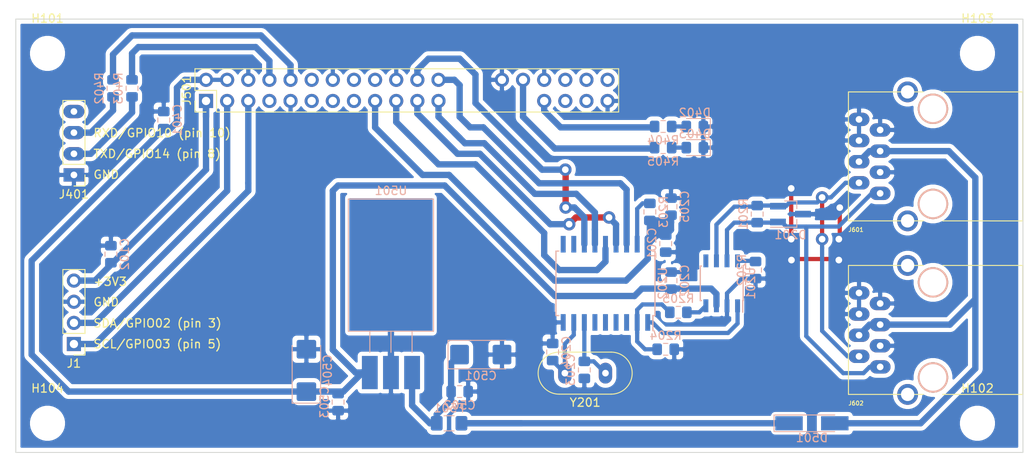
<source format=kicad_pcb>
(kicad_pcb (version 20171130) (host pcbnew 5.1.2)
  (layers (0 F.Cu jumper) (31 B.Cu signal) (34 B.Paste user) (35 F.Paste user) (36 B.SilkS user hide) (37 F.SilkS user) (38 B.Mask user) (39 F.Mask user) (44 Edge.Cuts user))
  (net 0 "")
  (net 1 GND)
  (net 2 +5V)
  (net 3 "Net-(C203-Pad1)")
  (net 4 "Net-(C204-Pad1)")
  (net 5 "/POWER SUPPLY/+18V_OUT")
  (net 6 /MCU/LED2)
  (net 7 /MCU/LED1)
  (net 8 "Net-(D501-Pad1)")
  (net 9 "/POWER SUPPLY/+18V_IN")
  (net 10 "/CANBUS CONN/CAN_L")
  (net 11 "/CANBUS CONN/CAN_H")
  (net 12 "Net-(R202-Pad1)")
  (net 13 "Net-(R203-Pad2)")
  (net 14 /MCU/USART_RX)
  (net 15 "Net-(J401-Pad3)")
  (net 16 "Net-(J401-Pad2)")
  (net 17 /MCU/USART_TX)
  (net 18 /MOSI)
  (net 19 /MISO)
  (net 20 /CANBUS/TXCAN)
  (net 21 /CANBUS/RXCAN)
  (net 22 /CANBUS/CS)
  (net 23 /SCK)
  (net 24 /CANBUS/INT)
  (net 25 "Net-(D402-Pad2)")
  (net 26 "Net-(D403-Pad2)")
  (net 27 /MCU/SDA)
  (net 28 /MCU/SCL)
  (net 29 /CANBUS/3V3)
  (net 30 "Net-(R205-Pad1)")
  (module Connector_PinHeader_2.54mm:PinHeader_1x04_P2.54mm_Vertical (layer F.Cu) (at 100.235 93.675 180)
    (fp_text reference J401 (at 0 -2.33 180) (layer F.SilkS))
    (fp_text value USART)
    (pad 4 thru_hole oval (at 0 7.62 180) (size 2.5 1.6) (drill 0.8) (layers *.Cu *.Mask))
    (pad 3 thru_hole oval (at 0 5.08 180) (size 2.5 1.6) (drill 0.8) (layers *.Cu *.Mask) (net 15 "Net-(J401-Pad3)"))
    (pad 2 thru_hole oval (at 0 2.54 180) (size 2.5 1.6) (drill 0.8) (layers *.Cu *.Mask) (net 16 "Net-(J401-Pad2)"))
    (pad 1 thru_hole rect (at 0 0 180) (size 2.5 1.6) (drill 0.8) (layers *.Cu *.Mask) (net 1 GND))
  )
  (module Resistor_SMD:R_0805_2012Metric_Pad1.15x1.40mm_HandSolder (layer B.Cu) (at 107.22 83.27 270)
    (fp_text reference R403 (at 0 1.65 270) (layer B.SilkS) (effects (justify mirror)))
    (fp_text value 1k)
    (pad 2 smd roundrect (at 1.025 0 270) (size 1.15 1.4) (layers B.Cu B.Paste B.Mask) (roundrect_rratio 0.217391) (net 16 "Net-(J401-Pad2)"))
    (pad 1 smd roundrect (at -1.025 0 270) (size 1.15 1.4) (layers B.Cu B.Paste B.Mask) (roundrect_rratio 0.217391) (net 17 /MCU/USART_TX))
  )
  (module Resistor_SMD:R_0805_2012Metric_Pad1.15x1.40mm_HandSolder (layer B.Cu) (at 104.934 83.27 270)
    (fp_text reference R402 (at 0 1.65 270) (layer B.SilkS) (effects (justify mirror)))
    (fp_text value 1k)
    (pad 2 smd roundrect (at 1.025 0 270) (size 1.15 1.4) (layers B.Cu B.Paste B.Mask) (roundrect_rratio 0.217391) (net 15 "Net-(J401-Pad3)"))
    (pad 1 smd roundrect (at -1.025 0 270) (size 1.15 1.4) (layers B.Cu B.Paste B.Mask) (roundrect_rratio 0.217391) (net 14 /MCU/USART_RX))
  )
  (module Package_SO:SOIC-18W_7.5x11.6mm_P1.27mm (layer B.Cu) (at 164.116 106.701 90)
    (fp_text reference U202 (at 0 6.875 90) (layer B.SilkS) (effects (justify mirror)))
    (fp_text value MCP2515-xSO)
    (pad 18 smd rect (at 4.7 5.08 90) (size 2 0.6) (layers B.Cu B.Paste B.Mask) (net 29 /CANBUS/3V3))
    (pad 17 smd rect (at 4.7 3.81 90) (size 2 0.6) (layers B.Cu B.Paste B.Mask) (net 13 "Net-(R203-Pad2)"))
    (pad 16 smd rect (at 4.7 2.54 90) (size 2 0.6) (layers B.Cu B.Paste B.Mask) (net 22 /CANBUS/CS))
    (pad 15 smd rect (at 4.7 1.27 90) (size 2 0.6) (layers B.Cu B.Paste B.Mask) (net 19 /MISO))
    (pad 14 smd rect (at 4.7 0 90) (size 2 0.6) (layers B.Cu B.Paste B.Mask) (net 18 /MOSI))
    (pad 13 smd rect (at 4.7 -1.27 90) (size 2 0.6) (layers B.Cu B.Paste B.Mask) (net 23 /SCK))
    (pad 12 smd rect (at 4.7 -2.54 90) (size 2 0.6) (layers B.Cu B.Paste B.Mask) (net 24 /CANBUS/INT))
    (pad 11 smd rect (at 4.7 -3.81 90) (size 2 0.6) (layers B.Cu B.Paste B.Mask))
    (pad 10 smd rect (at 4.7 -5.08 90) (size 2 0.6) (layers B.Cu B.Paste B.Mask))
    (pad 9 smd rect (at -4.7 -5.08 90) (size 2 0.6) (layers B.Cu B.Paste B.Mask) (net 1 GND))
    (pad 8 smd rect (at -4.7 -3.81 90) (size 2 0.6) (layers B.Cu B.Paste B.Mask) (net 4 "Net-(C204-Pad1)"))
    (pad 7 smd rect (at -4.7 -2.54 90) (size 2 0.6) (layers B.Cu B.Paste B.Mask) (net 3 "Net-(C203-Pad1)"))
    (pad 6 smd rect (at -4.7 -1.27 90) (size 2 0.6) (layers B.Cu B.Paste B.Mask))
    (pad 5 smd rect (at -4.7 0 90) (size 2 0.6) (layers B.Cu B.Paste B.Mask))
    (pad 4 smd rect (at -4.7 1.27 90) (size 2 0.6) (layers B.Cu B.Paste B.Mask))
    (pad 3 smd rect (at -4.7 2.54 90) (size 2 0.6) (layers B.Cu B.Paste B.Mask))
    (pad 2 smd rect (at -4.7 3.81 90) (size 2 0.6) (layers B.Cu B.Paste B.Mask) (net 21 /CANBUS/RXCAN))
    (pad 1 smd rect (at -4.7 5.08 90) (size 2 0.6) (layers B.Cu B.Paste B.Mask) (net 20 /CANBUS/TXCAN))
  )
  (module Connector_PinHeader_2.54mm:PinHeader_2x20_P2.54mm_Vertical (layer F.Cu) (at 116.11 84.785 90)
    (fp_text reference J501 (at 1.27 -2.33 90) (layer F.SilkS))
    (fp_text value Raspberry_Pi_2_3)
    (pad 40 thru_hole oval (at 2.54 48.26 90) (size 1.7 1.7) (drill 1) (layers *.Cu *.Mask))
    (pad 39 thru_hole oval (at 0 48.26 90) (size 1.7 1.7) (drill 1) (layers *.Cu *.Mask) (net 1 GND))
    (pad 38 thru_hole oval (at 2.54 45.72 90) (size 1.7 1.7) (drill 1) (layers *.Cu *.Mask))
    (pad 37 thru_hole oval (at 0 45.72 90) (size 1.7 1.7) (drill 1) (layers *.Cu *.Mask))
    (pad 36 thru_hole oval (at 2.54 43.18 90) (size 1.7 1.7) (drill 1) (layers *.Cu *.Mask))
    (pad 35 thru_hole oval (at 0 43.18 90) (size 1.7 1.7) (drill 1) (layers *.Cu *.Mask))
    (pad 34 thru_hole oval (at 2.54 40.64 90) (size 1.7 1.7) (drill 1) (layers *.Cu *.Mask) (net 1 GND))
    (pad 33 thru_hole oval (at 0 40.64 90) (size 1.7 1.7) (drill 1) (layers *.Cu *.Mask) (net 6 /MCU/LED2))
    (pad 32 thru_hole oval (at 2.54 38.1 90) (size 1.7 1.7) (drill 1) (layers *.Cu *.Mask) (net 7 /MCU/LED1))
    (pad 30 thru_hole oval (at 2.54 35.56 90) (size 1.7 1.7) (drill 1) (layers *.Cu *.Mask) (net 1 GND))
    (pad 24 thru_hole oval (at 2.54 27.94 90) (size 1.7 1.7) (drill 1) (layers *.Cu *.Mask) (net 22 /CANBUS/CS))
    (pad 23 thru_hole oval (at 0 27.94 90) (size 1.7 1.7) (drill 1) (layers *.Cu *.Mask) (net 23 /SCK))
    (pad 22 thru_hole oval (at 2.54 25.4 90) (size 1.7 1.7) (drill 1) (layers *.Cu *.Mask) (net 24 /CANBUS/INT))
    (pad 21 thru_hole oval (at 0 25.4 90) (size 1.7 1.7) (drill 1) (layers *.Cu *.Mask) (net 19 /MISO))
    (pad 20 thru_hole oval (at 2.54 22.86 90) (size 1.7 1.7) (drill 1) (layers *.Cu *.Mask) (net 1 GND))
    (pad 19 thru_hole oval (at 0 22.86 90) (size 1.7 1.7) (drill 1) (layers *.Cu *.Mask) (net 18 /MOSI))
    (pad 18 thru_hole oval (at 2.54 20.32 90) (size 1.7 1.7) (drill 1) (layers *.Cu *.Mask))
    (pad 17 thru_hole oval (at 0 20.32 90) (size 1.7 1.7) (drill 1) (layers *.Cu *.Mask) (net 29 /CANBUS/3V3))
    (pad 16 thru_hole oval (at 2.54 17.78 90) (size 1.7 1.7) (drill 1) (layers *.Cu *.Mask))
    (pad 15 thru_hole oval (at 0 17.78 90) (size 1.7 1.7) (drill 1) (layers *.Cu *.Mask))
    (pad 14 thru_hole oval (at 2.54 15.24 90) (size 1.7 1.7) (drill 1) (layers *.Cu *.Mask) (net 1 GND))
    (pad 13 thru_hole oval (at 0 15.24 90) (size 1.7 1.7) (drill 1) (layers *.Cu *.Mask))
    (pad 12 thru_hole oval (at 2.54 12.7 90) (size 1.7 1.7) (drill 1) (layers *.Cu *.Mask))
    (pad 11 thru_hole oval (at 0 12.7 90) (size 1.7 1.7) (drill 1) (layers *.Cu *.Mask))
    (pad 10 thru_hole oval (at 2.54 10.16 90) (size 1.7 1.7) (drill 1) (layers *.Cu *.Mask) (net 14 /MCU/USART_RX))
    (pad 9 thru_hole oval (at 0 10.16 90) (size 1.7 1.7) (drill 1) (layers *.Cu *.Mask) (net 1 GND))
    (pad 8 thru_hole oval (at 2.54 7.62 90) (size 1.7 1.7) (drill 1) (layers *.Cu *.Mask) (net 17 /MCU/USART_TX))
    (pad 7 thru_hole oval (at 0 7.62 90) (size 1.7 1.7) (drill 1) (layers *.Cu *.Mask))
    (pad 6 thru_hole oval (at 2.54 5.08 90) (size 1.7 1.7) (drill 1) (layers *.Cu *.Mask) (net 1 GND))
    (pad 5 thru_hole oval (at 0 5.08 90) (size 1.7 1.7) (drill 1) (layers *.Cu *.Mask) (net 28 /MCU/SCL))
    (pad 4 thru_hole oval (at 2.54 2.54 90) (size 1.7 1.7) (drill 1) (layers *.Cu *.Mask) (net 2 +5V))
    (pad 3 thru_hole oval (at 0 2.54 90) (size 1.7 1.7) (drill 1) (layers *.Cu *.Mask) (net 27 /MCU/SDA))
    (pad 2 thru_hole oval (at 2.54 0 90) (size 1.7 1.7) (drill 1) (layers *.Cu *.Mask) (net 2 +5V))
    (pad 1 thru_hole rect (at 0 0 90) (size 1.7 1.7) (drill 1) (layers *.Cu *.Mask) (net 29 /CANBUS/3V3))
  )
  (module Resistor_SMD:R_0805_2012Metric_Pad1.15x1.40mm_HandSolder (layer B.Cu) (at 172.87 110.185 180)
    (fp_text reference R205 (at 0 1.65 180) (layer B.SilkS) (effects (justify mirror)))
    (fp_text value 10K)
    (pad 2 smd roundrect (at 1.025 0 180) (size 1.15 1.4) (layers B.Cu B.Paste B.Mask) (roundrect_rratio 0.217391) (net 21 /CANBUS/RXCAN))
    (pad 1 smd roundrect (at -1.025 0 180) (size 1.15 1.4) (layers B.Cu B.Paste B.Mask) (roundrect_rratio 0.217391) (net 30 "Net-(R205-Pad1)"))
  )
  (module Resistor_SMD:R_0805_2012Metric_Pad1.15x1.40mm_HandSolder (layer B.Cu) (at 171.355 114.63 180)
    (fp_text reference R204 (at 0 1.65 180) (layer B.SilkS) (effects (justify mirror)))
    (fp_text value 22K)
    (pad 2 smd roundrect (at 1.025 0 180) (size 1.15 1.4) (layers B.Cu B.Paste B.Mask) (roundrect_rratio 0.217391) (net 21 /CANBUS/RXCAN))
    (pad 1 smd roundrect (at -1.025 0 180) (size 1.15 1.4) (layers B.Cu B.Paste B.Mask) (roundrect_rratio 0.217391) (net 1 GND))
  )
  (module Crystal:Crystal_HC49-U_Vertical (layer F.Cu) (at 164.116 117.496 180)
    (fp_text reference Y201 (at 2.44 -3.525) (layer F.SilkS))
    (fp_text value 16MHz)
    (pad 2 thru_hole oval (at 4.88 0 180) (size 1.6 2.5) (drill 0.8) (layers *.Cu *.Mask) (net 4 "Net-(C204-Pad1)"))
    (pad 1 thru_hole oval (at 0 0 180) (size 1.6 2.5) (drill 0.8) (layers *.Cu *.Mask) (net 3 "Net-(C203-Pad1)"))
  )
  (module LED_SMD:LED_0805_2012Metric_Pad1.15x1.40mm_HandSolder (layer B.Cu) (at 174.856 87.853656 180)
    (fp_text reference D402 (at 0 1.65) (layer B.SilkS) (effects (justify mirror)))
    (fp_text value LED_RED)
    (pad 2 smd roundrect (at 1.025 0 180) (size 1.15 1.4) (layers B.Cu B.Paste B.Mask) (roundrect_rratio 0.217391) (net 25 "Net-(D402-Pad2)"))
    (pad 1 smd roundrect (at -1.025 0 180) (size 1.15 1.4) (layers B.Cu B.Paste B.Mask) (roundrect_rratio 0.217391) (net 1 GND))
  )
  (module Capacitor_SMD:C_0805_2012Metric_Pad1.15x1.40mm_HandSolder (layer B.Cu) (at 131.985 120.98 270)
    (fp_text reference C503 (at 0 1.65 90) (layer B.SilkS) (effects (justify mirror)))
    (fp_text value 100nF)
    (pad 2 smd roundrect (at 1.025 0 270) (size 1.15 1.4) (layers B.Cu B.Paste B.Mask) (roundrect_rratio 0.217391) (net 1 GND))
    (pad 1 smd roundrect (at -1.025 0 270) (size 1.15 1.4) (layers B.Cu B.Paste B.Mask) (roundrect_rratio 0.217391) (net 2 +5V))
  )
  (module LED_SMD:LED_0805_2012Metric_Pad1.15x1.40mm_HandSolder (layer B.Cu) (at 174.856 90.393656 180)
    (fp_text reference D403 (at 0 1.65) (layer B.SilkS) (effects (justify mirror)))
    (fp_text value LED_RED)
    (pad 2 smd roundrect (at 1.025 0 180) (size 1.15 1.4) (layers B.Cu B.Paste B.Mask) (roundrect_rratio 0.217391) (net 26 "Net-(D403-Pad2)"))
    (pad 1 smd roundrect (at -1.025 0 180) (size 1.15 1.4) (layers B.Cu B.Paste B.Mask) (roundrect_rratio 0.217391) (net 1 GND))
  )
  (module Diode_SMD:D_MiniMELF_Handsoldering (layer B.Cu) (at 188.925 123.52)
    (fp_text reference D501 (at 0 1.75 180) (layer B.SilkS) (effects (justify mirror)))
    (fp_text value LL4148)
    (pad 2 smd rect (at 2.75 0) (size 3.3 1.7) (layers B.Cu B.Paste B.Mask) (net 9 "/POWER SUPPLY/+18V_IN"))
    (pad 1 smd rect (at -2.75 0) (size 3.3 1.7) (layers B.Cu B.Paste B.Mask) (net 8 "Net-(D501-Pad1)"))
  )
  (module Capacitor_SMD:C_0805_2012Metric_Pad1.15x1.40mm_HandSolder (layer B.Cu) (at 146.59 119.71)
    (fp_text reference C502 (at 0 1.65 180) (layer B.SilkS) (effects (justify mirror)))
    (fp_text value 100nF)
    (pad 2 smd roundrect (at 1.025 0) (size 1.15 1.4) (layers B.Cu B.Paste B.Mask) (roundrect_rratio 0.217391) (net 1 GND))
    (pad 1 smd roundrect (at -1.025 0) (size 1.15 1.4) (layers B.Cu B.Paste B.Mask) (roundrect_rratio 0.217391) (net 5 "/POWER SUPPLY/+18V_OUT"))
  )
  (module Capacitor_SMD:C_0805_2012Metric_Pad1.15x1.40mm_HandSolder (layer B.Cu) (at 171.99 97.485 90)
    (fp_text reference C205 (at 0 1.65 270) (layer B.SilkS) (effects (justify mirror)))
    (fp_text value 100nF)
    (pad 2 smd roundrect (at 1.025 0 90) (size 1.15 1.4) (layers B.Cu B.Paste B.Mask) (roundrect_rratio 0.217391) (net 1 GND))
    (pad 1 smd roundrect (at -1.025 0 90) (size 1.15 1.4) (layers B.Cu B.Paste B.Mask) (roundrect_rratio 0.217391) (net 29 /CANBUS/3V3))
  )
  (module MountingHole:MountingHole_3.2mm_M3 (layer F.Cu) (at 208.82 123.52)
    (fp_text reference H102 (at 0 -4.2 180) (layer F.SilkS))
    (fp_text value MountingHole)
    (pad 1 np_thru_hole circle (at 0 0) (size 3.2 3.2) (drill 3.2) (layers *.Cu *.Mask))
  )
  (module Capacitor_SMD:C_0805_2012Metric_Pad1.15x1.40mm_HandSolder (layer B.Cu) (at 111.03 87.08 90)
    (fp_text reference C401 (at 0 1.65 90) (layer B.SilkS) (effects (justify mirror)))
    (fp_text value 100nF)
    (pad 2 smd roundrect (at 1.025 0 90) (size 1.15 1.4) (layers B.Cu B.Paste B.Mask) (roundrect_rratio 0.217391) (net 1 GND))
    (pad 1 smd roundrect (at -1.025 0 90) (size 1.15 1.4) (layers B.Cu B.Paste B.Mask) (roundrect_rratio 0.217391) (net 2 +5V))
  )
  (module MountingHole:MountingHole_3.2mm_M3 (layer F.Cu) (at 97.06 123.52)
    (fp_text reference H104 (at 0 -4.2 180) (layer F.SilkS))
    (fp_text value MountingHole)
    (pad 1 np_thru_hole circle (at 0 0) (size 3.2 3.2) (drill 3.2) (layers *.Cu *.Mask))
  )
  (module Connector_PinHeader_2.54mm:PinHeader_1x04_P2.54mm_Vertical (layer F.Cu) (at 100.235 113.995 180)
    (fp_text reference J1 (at 0 -2.33 180) (layer F.SilkS))
    (fp_text value I2C)
    (pad 4 thru_hole oval (at 0 7.62 180) (size 1.7 1.7) (drill 1) (layers *.Cu *.Mask) (net 29 /CANBUS/3V3))
    (pad 3 thru_hole oval (at 0 5.08 180) (size 1.7 1.7) (drill 1) (layers *.Cu *.Mask) (net 1 GND))
    (pad 2 thru_hole oval (at 0 2.54 180) (size 1.7 1.7) (drill 1) (layers *.Cu *.Mask) (net 27 /MCU/SDA))
    (pad 1 thru_hole rect (at 0 0 180) (size 1.7 1.7) (drill 1) (layers *.Cu *.Mask) (net 28 /MCU/SCL))
  )
  (module KicadZeniteSolarLibrary18:RJ45_YH59_01 (layer F.Cu) (at 197.128 95.896 90)
    (fp_text reference J601 (at -4.364296 -2.909696 180) (layer F.SilkS) (effects (font (size 0.5 0.5) (thickness 0.1))))
    (fp_text value RJ45)
    (pad 9 thru_hole circle (at 12.2 3.296 90) (size 2.5 2.5) (drill 1.6) (layers *.Cu *.Mask))
    (pad 9 thru_hole circle (at -3.3 3.296 90) (size 2.5 2.5) (drill 1.6) (layers *.Cu *.Mask))
    (pad 8 thru_hole oval (at 8.895 -2.544 90) (size 1.6 2.5) (drill 0.8) (layers *.Cu *.Mask) (net 1 GND))
    (pad 7 thru_hole oval (at 7.625 -0.004 90) (size 1.6 2.5) (drill 0.8) (layers *.Cu *.Mask) (net 1 GND))
    (pad 6 thru_hole oval (at 6.355 -2.544 90) (size 1.6 2.5) (drill 0.8) (layers *.Cu *.Mask) (net 1 GND))
    (pad 5 thru_hole oval (at 5.085 -0.004 90) (size 1.6 2.5) (drill 0.8) (layers *.Cu *.Mask) (net 9 "/POWER SUPPLY/+18V_IN"))
    (pad 4 thru_hole oval (at 3.815 -2.544 90) (size 1.6 2.5) (drill 0.8) (layers *.Cu *.Mask) (net 9 "/POWER SUPPLY/+18V_IN"))
    (pad 3 thru_hole oval (at 2.545 -0.004 90) (size 1.6 2.5) (drill 0.8) (layers *.Cu *.Mask) (net 1 GND))
    (pad 2 thru_hole oval (at 1.275 -2.544 90) (size 1.6 2.5) (drill 0.8) (layers *.Cu *.Mask) (net 10 "/CANBUS CONN/CAN_L"))
    (pad 1 thru_hole oval (at 0.005 -0.004 90) (size 1.6 2.5) (drill 0.8) (layers *.Cu *.Mask) (net 11 "/CANBUS CONN/CAN_H"))
    (pad "" np_thru_hole circle (at -1.265 6.346 90) (size 3.65 3.65) (drill 3.2) (layers *.Cu *.SilkS *.Mask))
    (pad "" np_thru_hole circle (at 10.165 6.346 90) (size 3.65 3.65) (drill 3.2) (layers *.Cu *.SilkS *.Mask))
  )
  (module Capacitor_SMD:C_0805_2012Metric_Pad1.15x1.40mm_HandSolder (layer B.Cu) (at 171.99 106.375 90)
    (fp_text reference C202 (at 0 1.65 90) (layer B.SilkS) (effects (justify mirror)))
    (fp_text value 100nF)
    (pad 2 smd roundrect (at 1.025 0 90) (size 1.15 1.4) (layers B.Cu B.Paste B.Mask) (roundrect_rratio 0.217391) (net 1 GND))
    (pad 1 smd roundrect (at -1.025 0 90) (size 1.15 1.4) (layers B.Cu B.Paste B.Mask) (roundrect_rratio 0.217391) (net 2 +5V))
  )
  (module KicadZeniteSolarLibrary18:TO-220-3_Horizontal_TabDown_SMD (layer B.Cu) (at 140.875 116.154 180)
    (fp_text reference U501 (at 2.54 20.58 180) (layer B.SilkS) (effects (justify mirror)))
    (fp_text value LM7805)
    (pad 3 smd rect (at 5.08 -1.27 180) (size 1.905 4) (layers B.Cu B.Paste B.Mask) (net 2 +5V))
    (pad 2 smd rect (at 2.54 -1.27 180) (size 1.905 4) (layers B.Cu B.Paste B.Mask) (net 1 GND))
    (pad 1 smd rect (at 0 -1.27 180) (size 1.905 4) (layers B.Cu B.Paste B.Mask) (net 5 "/POWER SUPPLY/+18V_OUT"))
    (pad "" smd rect (at 2.54 11.684 180) (size 10 16) (layers B.Cu B.Paste B.Mask))
  )
  (module Fuse:Fuse_1206_3216Metric_Pad1.42x1.75mm_HandSolder (layer B.Cu) (at 145.32 123.52 180)
    (fp_text reference F501 (at 0 1.82) (layer B.SilkS) (effects (justify mirror)))
    (fp_text value 500mA)
    (pad 2 smd roundrect (at 1.4875 0 180) (size 1.425 1.75) (layers B.Cu B.Paste B.Mask) (roundrect_rratio 0.175439) (net 5 "/POWER SUPPLY/+18V_OUT"))
    (pad 1 smd roundrect (at -1.4875 0 180) (size 1.425 1.75) (layers B.Cu B.Paste B.Mask) (roundrect_rratio 0.175439) (net 8 "Net-(D501-Pad1)"))
  )
  (module Capacitor_SMD:C_0805_2012Metric_Pad1.15x1.40mm_HandSolder (layer B.Cu) (at 161.576 117.106 270)
    (fp_text reference C203 (at 0 1.65 270) (layer B.SilkS) (effects (justify mirror)))
    (fp_text value 22pF)
    (pad 2 smd roundrect (at 1.025 0 270) (size 1.15 1.4) (layers B.Cu B.Paste B.Mask) (roundrect_rratio 0.217391) (net 1 GND))
    (pad 1 smd roundrect (at -1.025 0 270) (size 1.15 1.4) (layers B.Cu B.Paste B.Mask) (roundrect_rratio 0.217391) (net 3 "Net-(C203-Pad1)"))
  )
  (module Capacitor_SMD:C_0805_2012Metric_Pad1.15x1.40mm_HandSolder (layer B.Cu) (at 171.355 101.93 270)
    (fp_text reference C201 (at 0 1.65 90) (layer B.SilkS) (effects (justify mirror)))
    (fp_text value 100nF)
    (pad 2 smd roundrect (at 1.025 0 270) (size 1.15 1.4) (layers B.Cu B.Paste B.Mask) (roundrect_rratio 0.217391) (net 1 GND))
    (pad 1 smd roundrect (at -1.025 0 270) (size 1.15 1.4) (layers B.Cu B.Paste B.Mask) (roundrect_rratio 0.217391) (net 29 /CANBUS/3V3))
  )
  (module Capacitor_Tantalum_SMD:CP_EIA-6032-20_AVX-F_Pad2.25x2.35mm_HandSolder (layer B.Cu) (at 128.175 117.17 90)
    (fp_text reference C504 (at 0 2.55 90) (layer B.SilkS) (effects (justify mirror)))
    (fp_text value 1uF)
    (pad 1 smd roundrect (at -2.55 0 90) (size 2.25 2.35) (layers B.Cu B.Paste B.Mask) (roundrect_rratio 0.111111) (net 2 +5V))
    (pad 2 smd roundrect (at 2.55 0 90) (size 2.25 2.35) (layers B.Cu B.Paste B.Mask) (roundrect_rratio 0.111111) (net 1 GND))
  )
  (module Capacitor_Tantalum_SMD:CP_EIA-6032-20_AVX-F_Pad2.25x2.35mm_HandSolder (layer B.Cu) (at 149.13 115.265)
    (fp_text reference C501 (at 0 2.55 180) (layer B.SilkS) (effects (justify mirror)))
    (fp_text value 1uF)
    (pad 2 smd roundrect (at 2.55 0) (size 2.25 2.35) (layers B.Cu B.Paste B.Mask) (roundrect_rratio 0.111111) (net 1 GND))
    (pad 1 smd roundrect (at -2.55 0) (size 2.25 2.35) (layers B.Cu B.Paste B.Mask) (roundrect_rratio 0.111111) (net 5 "/POWER SUPPLY/+18V_OUT"))
  )
  (module Capacitor_SMD:C_0805_2012Metric_Pad1.15x1.40mm_HandSolder (layer B.Cu) (at 104.68 103.2 90)
    (fp_text reference C102 (at 0 1.65 270) (layer B.SilkS) (effects (justify mirror)))
    (fp_text value 100nF)
    (pad 2 smd roundrect (at 1.025 0 90) (size 1.15 1.4) (layers B.Cu B.Paste B.Mask) (roundrect_rratio 0.217391) (net 1 GND))
    (pad 1 smd roundrect (at -1.025 0 90) (size 1.15 1.4) (layers B.Cu B.Paste B.Mask) (roundrect_rratio 0.217391) (net 29 /CANBUS/3V3))
  )
  (module Capacitor_SMD:C_0805_2012Metric_Pad1.15x1.40mm_HandSolder (layer B.Cu) (at 157.766 114.956 90)
    (fp_text reference C204 (at 0 1.65 90) (layer B.SilkS) (effects (justify mirror)))
    (fp_text value 22pF)
    (pad 2 smd roundrect (at 1.025 0 90) (size 1.15 1.4) (layers B.Cu B.Paste B.Mask) (roundrect_rratio 0.217391) (net 1 GND))
    (pad 1 smd roundrect (at -1.025 0 90) (size 1.15 1.4) (layers B.Cu B.Paste B.Mask) (roundrect_rratio 0.217391) (net 4 "Net-(C204-Pad1)"))
  )
  (module KicadZeniteSolarLibrary18:RJ45_YH59_01 (layer F.Cu) (at 197.132 116.751 90)
    (fp_text reference J602 (at -4.364296 -2.909696 180) (layer F.SilkS) (effects (font (size 0.5 0.5) (thickness 0.1))))
    (fp_text value RJ45)
    (pad 9 thru_hole circle (at 12.2 3.296 90) (size 2.5 2.5) (drill 1.6) (layers *.Cu *.Mask))
    (pad 9 thru_hole circle (at -3.3 3.296 90) (size 2.5 2.5) (drill 1.6) (layers *.Cu *.Mask))
    (pad 8 thru_hole oval (at 8.895 -2.544 90) (size 1.6 2.5) (drill 0.8) (layers *.Cu *.Mask) (net 1 GND))
    (pad 7 thru_hole oval (at 7.625 -0.004 90) (size 1.6 2.5) (drill 0.8) (layers *.Cu *.Mask) (net 1 GND))
    (pad 6 thru_hole oval (at 6.355 -2.544 90) (size 1.6 2.5) (drill 0.8) (layers *.Cu *.Mask) (net 1 GND))
    (pad 5 thru_hole oval (at 5.085 -0.004 90) (size 1.6 2.5) (drill 0.8) (layers *.Cu *.Mask) (net 9 "/POWER SUPPLY/+18V_IN"))
    (pad 4 thru_hole oval (at 3.815 -2.544 90) (size 1.6 2.5) (drill 0.8) (layers *.Cu *.Mask) (net 9 "/POWER SUPPLY/+18V_IN"))
    (pad 3 thru_hole oval (at 2.545 -0.004 90) (size 1.6 2.5) (drill 0.8) (layers *.Cu *.Mask) (net 1 GND))
    (pad 2 thru_hole oval (at 1.275 -2.544 90) (size 1.6 2.5) (drill 0.8) (layers *.Cu *.Mask) (net 10 "/CANBUS CONN/CAN_L"))
    (pad 1 thru_hole oval (at 0.005 -0.004 90) (size 1.6 2.5) (drill 0.8) (layers *.Cu *.Mask) (net 11 "/CANBUS CONN/CAN_H"))
    (pad "" np_thru_hole circle (at -1.265 6.346 90) (size 3.65 3.65) (drill 3.2) (layers *.Cu *.SilkS *.Mask))
    (pad "" np_thru_hole circle (at 10.165 6.346 90) (size 3.65 3.65) (drill 3.2) (layers *.Cu *.SilkS *.Mask))
  )
  (module Package_TO_SOT_SMD:SOT-23_Handsoldering (layer B.Cu) (at 186.35 98.38)
    (fp_text reference D201 (at 0 2.5 180) (layer B.SilkS) (effects (justify mirror)))
    (fp_text value pesd1can)
    (pad 1 smd rect (at -1.5 0.95) (size 1.9 0.8) (layers B.Cu B.Paste B.Mask) (net 11 "/CANBUS CONN/CAN_H"))
    (pad 2 smd rect (at -1.5 -0.95) (size 1.9 0.8) (layers B.Cu B.Paste B.Mask) (net 10 "/CANBUS CONN/CAN_L"))
    (pad 3 smd rect (at 1.5 0) (size 1.9 0.8) (layers B.Cu B.Paste B.Mask) (net 1 GND))
  )
  (module Resistor_SMD:R_0805_2012Metric_Pad1.15x1.40mm_HandSolder (layer B.Cu) (at 171.046 90.393656)
    (fp_text reference R405 (at 0 1.65 180) (layer B.SilkS) (effects (justify mirror)))
    (fp_text value 1k)
    (pad 2 smd roundrect (at 1.025 0) (size 1.15 1.4) (layers B.Cu B.Paste B.Mask) (roundrect_rratio 0.217391) (net 26 "Net-(D403-Pad2)"))
    (pad 1 smd roundrect (at -1.025 0) (size 1.15 1.4) (layers B.Cu B.Paste B.Mask) (roundrect_rratio 0.217391) (net 7 /MCU/LED1))
  )
  (module Resistor_SMD:R_0805_2012Metric_Pad1.15x1.40mm_HandSolder (layer B.Cu) (at 182.35 98.38 270)
    (fp_text reference R201 (at 0 1.65 270) (layer B.SilkS) (effects (justify mirror)))
    (fp_text value 120)
    (pad 2 smd roundrect (at 1.025 0 270) (size 1.15 1.4) (layers B.Cu B.Paste B.Mask) (roundrect_rratio 0.217391) (net 11 "/CANBUS CONN/CAN_H"))
    (pad 1 smd roundrect (at -1.025 0 270) (size 1.15 1.4) (layers B.Cu B.Paste B.Mask) (roundrect_rratio 0.217391) (net 10 "/CANBUS CONN/CAN_L"))
  )
  (module Resistor_SMD:R_0805_2012Metric_Pad1.15x1.40mm_HandSolder (layer B.Cu) (at 169.45 98.12 90)
    (fp_text reference R203 (at 0 1.65 90) (layer B.SilkS) (effects (justify mirror)))
    (fp_text value 10k)
    (pad 2 smd roundrect (at 1.025 0 90) (size 1.15 1.4) (layers B.Cu B.Paste B.Mask) (roundrect_rratio 0.217391) (net 13 "Net-(R203-Pad2)"))
    (pad 1 smd roundrect (at -1.025 0 90) (size 1.15 1.4) (layers B.Cu B.Paste B.Mask) (roundrect_rratio 0.217391) (net 29 /CANBUS/3V3))
  )
  (module Resistor_SMD:R_0805_2012Metric_Pad1.15x1.40mm_HandSolder (layer B.Cu) (at 182.15 105.105 270)
    (fp_text reference R202 (at 0 1.65 270) (layer B.SilkS) (effects (justify mirror)))
    (fp_text value 4k7)
    (pad 2 smd roundrect (at 1.025 0 270) (size 1.15 1.4) (layers B.Cu B.Paste B.Mask) (roundrect_rratio 0.217391) (net 1 GND))
    (pad 1 smd roundrect (at -1.025 0 270) (size 1.15 1.4) (layers B.Cu B.Paste B.Mask) (roundrect_rratio 0.217391) (net 12 "Net-(R202-Pad1)"))
  )
  (module MountingHole:MountingHole_3.2mm_M3 (layer F.Cu) (at 208.82 79.07)
    (fp_text reference H103 (at 0 -4.2 180) (layer F.SilkS))
    (fp_text value MountingHole)
    (pad 1 np_thru_hole circle (at 0 0) (size 3.2 3.2) (drill 3.2) (layers *.Cu *.Mask))
  )
  (module MountingHole:MountingHole_3.2mm_M3 (layer F.Cu) (at 97.06 79.07)
    (fp_text reference H101 (at 0 -4.2 180) (layer F.SilkS))
    (fp_text value MountingHole)
    (pad 1 np_thru_hole circle (at 0 0) (size 3.2 3.2) (drill 3.2) (layers *.Cu *.Mask))
  )
  (module Package_SO:SOIC-8_3.9x4.9mm_P1.27mm (layer B.Cu) (at 178.086 106.701 90)
    (fp_text reference U201 (at 0 3.5 90) (layer B.SilkS) (effects (justify mirror)))
    (fp_text value MCP2551-I/SN)
    (pad 8 smd rect (at 2.7 1.905 90) (size 1.55 0.6) (layers B.Cu B.Paste B.Mask) (net 12 "Net-(R202-Pad1)"))
    (pad 7 smd rect (at 2.7 0.635 90) (size 1.55 0.6) (layers B.Cu B.Paste B.Mask) (net 11 "/CANBUS CONN/CAN_H"))
    (pad 6 smd rect (at 2.7 -0.635 90) (size 1.55 0.6) (layers B.Cu B.Paste B.Mask) (net 10 "/CANBUS CONN/CAN_L"))
    (pad 5 smd rect (at 2.7 -1.905 90) (size 1.55 0.6) (layers B.Cu B.Paste B.Mask))
    (pad 4 smd rect (at -2.7 -1.905 90) (size 1.55 0.6) (layers B.Cu B.Paste B.Mask) (net 30 "Net-(R205-Pad1)"))
    (pad 3 smd rect (at -2.7 -0.635 90) (size 1.55 0.6) (layers B.Cu B.Paste B.Mask) (net 2 +5V))
    (pad 2 smd rect (at -2.7 0.635 90) (size 1.55 0.6) (layers B.Cu B.Paste B.Mask) (net 1 GND))
    (pad 1 smd rect (at -2.7 1.905 90) (size 1.55 0.6) (layers B.Cu B.Paste B.Mask) (net 20 /CANBUS/TXCAN))
  )
  (module Resistor_SMD:R_0805_2012Metric_Pad1.15x1.40mm_HandSolder (layer B.Cu) (at 171.046 87.853656)
    (fp_text reference R404 (at 0 1.65 180) (layer B.SilkS) (effects (justify mirror)))
    (fp_text value 1k)
    (pad 2 smd roundrect (at 1.025 0) (size 1.15 1.4) (layers B.Cu B.Paste B.Mask) (roundrect_rratio 0.217391) (net 25 "Net-(D402-Pad2)"))
    (pad 1 smd roundrect (at -1.025 0) (size 1.15 1.4) (layers B.Cu B.Paste B.Mask) (roundrect_rratio 0.217391) (net 6 /MCU/LED2))
  )
  (gr_text GND (at 104.115952 93.635) (layer F.SilkS) (effects (font (size 1 1))))
  (gr_text "TXD/GPIO14 (pin 8)" (at 110.235 91.135) (layer F.SilkS) (effects (font (size 1 1))))
  (gr_text "RXD/GPIO10 (pin 10)" (at 110.830238 88.635) (layer F.SilkS) (effects (font (size 1 1))))
  (gr_text GND (at 104.115952 108.955) (layer F.SilkS) (effects (font (size 1 1))))
  (gr_text +3V3 (at 104.592143 106.5) (layer F.SilkS) (effects (font (size 1 1))))
  (gr_text "SDA/GPIO02 (pin 3)" (at 110.282619 111.5) (layer F.SilkS) (effects (font (size 1 1))))
  (gr_text "SCL/GPIO03 (pin 5)" (at 110.258809 114) (layer F.SilkS) (effects (font (size 1 1))))
  (gr_line (start 93.25 127.021) (end 93.25 74.951) (layer Edge.Cuts) (width 0.1))
  (gr_line (start 214.281 74.951) (end 214.281 127.021) (layer Edge.Cuts) (width 0.1))
  (gr_line (start 214.281 127.021) (end 93.25 127.021) (layer Edge.Cuts) (width 0.1))
  (gr_line (start 93.25 74.951) (end 214.281 74.951) (layer Edge.Cuts) (width 0.1))
  (via (at 186.437104 95.292896) (size 1.5) (drill 0.8) (layers F.Cu B.Cu) (net 0))
  (via (at 186.437104 101.39201) (size 1.5) (drill 0.8) (layers F.Cu B.Cu) (net 1))
  (via (at 192.273354 97.603354) (size 1.5) (drill 0.8) (layers F.Cu B.Cu) (net 1))
  (via (at 192.160709 103.907) (size 1.5) (drill 0.8) (layers F.Cu B.Cu) (net 1))
  (via (at 192.160709 101.391792) (size 1.5) (drill 0.8) (layers F.Cu B.Cu) (net 1))
  (via (at 186.468 103.907) (size 1.5) (drill 0.8) (layers F.Cu B.Cu) (net 1))
  (segment (start 186.437104 101.39201) (end 186.437104 95.292896) (width 0.508) (layer F.Cu) (net 1))
  (segment (start 191.496708 98.38) (end 187.85 98.38) (width 0.508) (layer B.Cu) (net 1))
  (segment (start 192.273354 101.279147) (end 192.160709 101.391792) (width 0.508) (layer F.Cu) (net 1))
  (segment (start 192.048917 101.28) (end 192.160709 101.391792) (width 0.508) (layer B.Cu) (net 1))
  (segment (start 191.75 101.28) (end 192.048917 101.28) (width 0.508) (layer B.Cu) (net 1))
  (segment (start 192.273354 97.603354) (end 191.496708 98.38) (width 0.508) (layer B.Cu) (net 1))
  (segment (start 192.273354 97.603354) (end 192.273354 101.279147) (width 0.508) (layer F.Cu) (net 1))
  (segment (start 186.214 103.907) (end 186.340994 103.780006) (width 0.508) (layer F.Cu) (net 1))
  (segment (start 190.74134 103.780006) (end 191.802 103.780006) (width 0.508) (layer F.Cu) (net 1))
  (segment (start 186.340994 103.780006) (end 190.74134 103.780006) (width 0.508) (layer F.Cu) (net 1))
  (segment (start 138.335 117.424) (end 138.335 104.47) (width 0.762) (layer B.Cu) (net 1))
  (segment (start 178.721 109.401) (end 178.721 107.899) (width 0.508) (layer B.Cu) (net 1))
  (segment (start 180.49 106.13) (end 182.15 106.13) (width 0.508) (layer B.Cu) (net 1))
  (segment (start 178.721 107.899) (end 180.49 106.13) (width 0.508) (layer B.Cu) (net 1))
  (segment (start 116.11 82.245) (end 118.65 82.245) (width 0.508) (layer B.Cu) (net 2))
  (segment (start 131.35 114.6935) (end 134.0805 117.424) (width 0.762) (layer B.Cu) (net 2))
  (segment (start 131.35 95.58) (end 131.35 114.6935) (width 0.762) (layer B.Cu) (net 2))
  (segment (start 131.984989 94.945011) (end 131.35 95.58) (width 0.762) (layer B.Cu) (net 2))
  (segment (start 144.793945 94.945011) (end 131.984989 94.945011) (width 0.762) (layer B.Cu) (net 2))
  (segment (start 177.451 107.971) (end 176.816 107.336) (width 0.762) (layer B.Cu) (net 2))
  (segment (start 177.451 109.401) (end 177.451 107.971) (width 0.762) (layer B.Cu) (net 2))
  (segment (start 176.816 107.336) (end 168.489 107.336) (width 0.762) (layer B.Cu) (net 2))
  (segment (start 134.0805 117.424) (end 135.795 117.424) (width 0.762) (layer B.Cu) (net 2))
  (segment (start 168.489 107.336) (end 167.6 108.225) (width 0.762) (layer B.Cu) (net 2))
  (segment (start 167.6 108.225) (end 158.073934 108.225) (width 0.762) (layer B.Cu) (net 2))
  (segment (start 158.073934 108.225) (end 144.793945 94.945011) (width 0.762) (layer B.Cu) (net 2))
  (segment (start 134.779 117.424) (end 135.795 117.424) (width 0.762) (layer B.Cu) (net 2))
  (segment (start 95.155 103.98) (end 95.155 115.265) (width 0.762) (layer B.Cu) (net 2))
  (segment (start 111.03 88.105) (end 95.155 103.98) (width 0.762) (layer B.Cu) (net 2))
  (segment (start 95.155 115.265) (end 99.6 119.71) (width 0.762) (layer B.Cu) (net 2))
  (segment (start 99.6 119.71) (end 132.62 119.71) (width 0.762) (layer B.Cu) (net 2))
  (segment (start 132.62 119.71) (end 134.779 117.551) (width 0.762) (layer B.Cu) (net 2))
  (segment (start 134.779 117.551) (end 134.779 117.424) (width 0.762) (layer B.Cu) (net 2))
  (segment (start 111.83 88.105) (end 111.03 88.105) (width 0.762) (layer B.Cu) (net 2))
  (segment (start 112.61901 87.31599) (end 111.83 88.105) (width 0.762) (layer B.Cu) (net 2))
  (segment (start 112.61901 83.19599) (end 112.61901 87.31599) (width 0.762) (layer B.Cu) (net 2))
  (segment (start 116.11 82.245) (end 113.57 82.245) (width 0.762) (layer B.Cu) (net 2))
  (segment (start 113.57 82.245) (end 112.61901 83.19599) (width 0.762) (layer B.Cu) (net 2))
  (segment (start 161.576 111.401) (end 161.576 116.081) (width 0.508) (layer B.Cu) (net 3))
  (segment (start 162.701 116.081) (end 161.576 116.081) (width 0.508) (layer B.Cu) (net 3))
  (segment (start 164.116 117.496) (end 162.701 116.081) (width 0.508) (layer B.Cu) (net 3))
  (segment (start 159.236 113.979) (end 159.236 116.43534) (width 0.508) (layer B.Cu) (net 4))
  (segment (start 160.306 111.401) (end 160.306 112.909) (width 0.508) (layer B.Cu) (net 4))
  (segment (start 157.766 115.981) (end 157.766 116.026) (width 0.508) (layer B.Cu) (net 4))
  (segment (start 159.236 116.43534) (end 159.236 117.496) (width 0.508) (layer B.Cu) (net 4))
  (segment (start 160.306 112.909) (end 159.236 113.979) (width 0.508) (layer B.Cu) (net 4))
  (segment (start 157.766 116.026) (end 159.236 117.496) (width 0.508) (layer B.Cu) (net 4))
  (segment (start 143.8325 123.52) (end 143.02 123.52) (width 0.762) (layer B.Cu) (net 5))
  (segment (start 140.875 121.375) (end 140.875 117.424) (width 0.762) (layer B.Cu) (net 5))
  (segment (start 143.02 123.52) (end 140.875 121.375) (width 0.762) (layer B.Cu) (net 5))
  (segment (start 143.8325 123.52) (end 143.8325 122.4675) (width 0.762) (layer B.Cu) (net 5))
  (segment (start 145.565 120.735) (end 145.565 120.59) (width 0.762) (layer B.Cu) (net 5))
  (segment (start 143.8325 122.4675) (end 145.565 120.735) (width 0.762) (layer B.Cu) (net 5))
  (segment (start 145.565 120.59) (end 145.565 119.71) (width 0.762) (layer B.Cu) (net 5))
  (segment (start 145.565 116.28) (end 146.58 115.265) (width 0.762) (layer B.Cu) (net 5))
  (segment (start 145.565 119.71) (end 145.565 116.28) (width 0.762) (layer B.Cu) (net 5))
  (segment (start 156.75 85.987081) (end 158.722919 87.96) (width 0.762) (layer B.Cu) (net 6))
  (segment (start 156.75 84.785) (end 156.75 85.987081) (width 0.762) (layer B.Cu) (net 6))
  (segment (start 158.722919 87.96) (end 170.085 87.96) (width 0.762) (layer B.Cu) (net 6))
  (segment (start 154.21 82.245) (end 154.21 86.69) (width 0.762) (layer B.Cu) (net 7))
  (segment (start 154.21 86.69) (end 158.02 90.5) (width 0.762) (layer B.Cu) (net 7))
  (segment (start 158.02 90.5) (end 170.085 90.5) (width 0.762) (layer B.Cu) (net 7))
  (segment (start 154 123.52) (end 146.8075 123.52) (width 0.762) (layer B.Cu) (net 8))
  (segment (start 186.175 123.52) (end 146.8075 123.52) (width 0.762) (layer B.Cu) (net 8))
  (segment (start 205.376 90.811) (end 197.124 90.811) (width 0.762) (layer B.Cu) (net 9))
  (segment (start 197.128 111.666) (end 205.506 111.666) (width 0.762) (layer B.Cu) (net 9))
  (segment (start 205.506 111.666) (end 208.566 108.606) (width 0.762) (layer B.Cu) (net 9))
  (segment (start 195.858 111.666) (end 194.588 112.936) (width 0.762) (layer B.Cu) (net 9))
  (segment (start 195.854 90.811) (end 194.584 92.081) (width 0.762) (layer B.Cu) (net 9))
  (segment (start 197.128 111.666) (end 195.858 111.666) (width 0.762) (layer B.Cu) (net 9))
  (segment (start 197.124 90.811) (end 195.854 90.811) (width 0.762) (layer B.Cu) (net 9))
  (segment (start 208.566 94.001) (end 205.376 90.811) (width 0.762) (layer B.Cu) (net 9))
  (segment (start 208.566 108.606) (end 208.566 94.001) (width 0.762) (layer B.Cu) (net 9))
  (segment (start 208.566 116.944722) (end 201.990722 123.52) (width 0.762) (layer B.Cu) (net 9))
  (segment (start 208.566 108.606) (end 208.566 116.944722) (width 0.762) (layer B.Cu) (net 9))
  (segment (start 201.990722 123.52) (end 192.31 123.52) (width 0.762) (layer B.Cu) (net 9))
  (via (at 190.151 101.39201) (size 1.5) (drill 0.8) (layers F.Cu B.Cu) (net 10))
  (via (at 190.150002 96.38) (size 1.5) (drill 0.8) (layers F.Cu B.Cu) (net 10))
  (segment (start 192.969662 94.621) (end 193.52334 94.621) (width 0.508) (layer B.Cu) (net 10))
  (segment (start 191.210662 96.38) (end 192.969662 94.621) (width 0.508) (layer B.Cu) (net 10))
  (segment (start 190.150002 96.38) (end 191.210662 96.38) (width 0.508) (layer B.Cu) (net 10))
  (segment (start 189.550002 96.98) (end 190.150002 96.38) (width 0.508) (layer B.Cu) (net 10))
  (segment (start 186.25 96.98) (end 189.550002 96.98) (width 0.508) (layer B.Cu) (net 10))
  (segment (start 190.151 112.416) (end 190.151 102.45267) (width 0.508) (layer B.Cu) (net 10))
  (segment (start 190.150002 96.38) (end 190.150002 101.391012) (width 0.508) (layer F.Cu) (net 10))
  (segment (start 194.588 115.476) (end 193.211 115.476) (width 0.508) (layer B.Cu) (net 10))
  (segment (start 185.8 97.43) (end 186.25 96.98) (width 0.508) (layer B.Cu) (net 10))
  (segment (start 190.151 102.45267) (end 190.151 101.39201) (width 0.508) (layer B.Cu) (net 10))
  (segment (start 182.35 97.355) (end 184.775 97.355) (width 0.508) (layer B.Cu) (net 10))
  (segment (start 190.150002 101.391012) (end 190.151 101.39201) (width 0.508) (layer F.Cu) (net 10))
  (segment (start 184.85 97.43) (end 185.8 97.43) (width 0.508) (layer B.Cu) (net 10))
  (segment (start 193.211 115.476) (end 190.151 112.416) (width 0.508) (layer B.Cu) (net 10))
  (segment (start 184.775 97.355) (end 184.85 97.43) (width 0.508) (layer B.Cu) (net 10))
  (segment (start 193.52334 94.621) (end 194.584 94.621) (width 0.508) (layer B.Cu) (net 10))
  (segment (start 182.28 97.355) (end 182.35 97.355) (width 0.508) (layer B.Cu) (net 10))
  (segment (start 182.15 97.485) (end 182.28 97.355) (width 0.508) (layer B.Cu) (net 10))
  (segment (start 179.61 97.485) (end 182.15 97.485) (width 0.508) (layer B.Cu) (net 10))
  (segment (start 177.451 99.644) (end 179.61 97.485) (width 0.508) (layer B.Cu) (net 10))
  (segment (start 177.451 104.001) (end 177.451 99.644) (width 0.508) (layer B.Cu) (net 10))
  (segment (start 192.135 99.88) (end 188.246 99.88) (width 0.508) (layer B.Cu) (net 11))
  (segment (start 188.246 99.88) (end 188.246 113.051) (width 0.508) (layer B.Cu) (net 11))
  (segment (start 195.87 116.746) (end 197.128 116.746) (width 0.508) (layer B.Cu) (net 11))
  (segment (start 197.124 95.891) (end 196.124 95.891) (width 0.508) (layer B.Cu) (net 11))
  (segment (start 195.12 117.496) (end 195.87 116.746) (width 0.508) (layer B.Cu) (net 11))
  (segment (start 188.246 113.051) (end 192.691 117.496) (width 0.508) (layer B.Cu) (net 11))
  (segment (start 185.85 99.88) (end 188.246 99.88) (width 0.508) (layer B.Cu) (net 11))
  (segment (start 185.3 99.33) (end 185.85 99.88) (width 0.508) (layer B.Cu) (net 11))
  (segment (start 192.691 117.496) (end 195.12 117.496) (width 0.508) (layer B.Cu) (net 11))
  (segment (start 184.85 99.33) (end 185.3 99.33) (width 0.508) (layer B.Cu) (net 11))
  (segment (start 184.775 99.405) (end 184.85 99.33) (width 0.508) (layer B.Cu) (net 11))
  (segment (start 182.35 99.405) (end 184.775 99.405) (width 0.508) (layer B.Cu) (net 11))
  (segment (start 196.124 95.891) (end 192.135 99.88) (width 0.508) (layer B.Cu) (net 11))
  (segment (start 180.937 99.405) (end 182.35 99.405) (width 0.508) (layer B.Cu) (net 11))
  (segment (start 179.595 99.405) (end 180.937 99.405) (width 0.508) (layer B.Cu) (net 11))
  (segment (start 178.721 104.001) (end 178.721 100.279) (width 0.508) (layer B.Cu) (net 11))
  (segment (start 178.721 100.279) (end 179.595 99.405) (width 0.508) (layer B.Cu) (net 11))
  (segment (start 182.071 104.001) (end 182.15 104.08) (width 0.508) (layer B.Cu) (net 12))
  (segment (start 179.991 104.001) (end 182.071 104.001) (width 0.508) (layer B.Cu) (net 12))
  (segment (start 167.926 102.001) (end 167.926 97.739) (width 0.508) (layer B.Cu) (net 13))
  (segment (start 168.57 97.095) (end 169.45 97.095) (width 0.508) (layer B.Cu) (net 13))
  (segment (start 167.926 97.739) (end 168.57 97.095) (width 0.508) (layer B.Cu) (net 13))
  (segment (start 104.934 81.57) (end 104.934 82.245) (width 0.762) (layer B.Cu) (net 14))
  (segment (start 104.934 79.197) (end 104.934 81.57) (width 0.762) (layer B.Cu) (net 14))
  (segment (start 107.22 76.911) (end 104.934 79.197) (width 0.762) (layer B.Cu) (net 14))
  (segment (start 122.714 76.911) (end 107.22 76.911) (width 0.762) (layer B.Cu) (net 14))
  (segment (start 126.27 82.245) (end 126.27 80.467) (width 0.762) (layer B.Cu) (net 14))
  (segment (start 126.27 80.467) (end 122.714 76.911) (width 0.762) (layer B.Cu) (net 14))
  (segment (start 104.934 84.295) (end 104.934 85.928) (width 0.762) (layer B.Cu) (net 15))
  (segment (start 102.267 88.595) (end 100.235 88.595) (width 0.762) (layer B.Cu) (net 15))
  (segment (start 104.934 85.928) (end 102.267 88.595) (width 0.762) (layer B.Cu) (net 15))
  (segment (start 100.685 91.135) (end 100.235 91.135) (width 0.762) (layer B.Cu) (net 16))
  (segment (start 107.22 84.97) (end 107.22 84.295) (width 0.762) (layer B.Cu) (net 16))
  (segment (start 107.22 86.162) (end 107.22 84.97) (width 0.762) (layer B.Cu) (net 16))
  (segment (start 102.247 91.135) (end 107.22 86.162) (width 0.762) (layer B.Cu) (net 16))
  (segment (start 100.235 91.135) (end 102.247 91.135) (width 0.762) (layer B.Cu) (net 16))
  (segment (start 123.73 81.042919) (end 123.73 82.245) (width 0.762) (layer B.Cu) (net 17))
  (segment (start 123.73 79.959) (end 123.73 81.042919) (width 0.762) (layer B.Cu) (net 17))
  (segment (start 122.079 78.308) (end 123.73 79.959) (width 0.762) (layer B.Cu) (net 17))
  (segment (start 107.982 78.308) (end 122.079 78.308) (width 0.762) (layer B.Cu) (net 17))
  (segment (start 107.22 82.245) (end 107.22 79.07) (width 0.762) (layer B.Cu) (net 17))
  (segment (start 107.22 79.07) (end 107.982 78.308) (width 0.762) (layer B.Cu) (net 17))
  (segment (start 164.116 104.089) (end 164.116 102.527065) (width 0.762) (layer B.Cu) (net 18))
  (segment (start 158.546066 105.105) (end 163.1 105.105) (width 0.762) (layer B.Cu) (net 18))
  (segment (start 138.97 87.325) (end 144.049989 92.404989) (width 0.762) (layer B.Cu) (net 18))
  (segment (start 138.97 84.785) (end 138.97 87.325) (width 0.762) (layer B.Cu) (net 18))
  (segment (start 144.049989 92.404989) (end 148.494989 92.404989) (width 0.762) (layer B.Cu) (net 18))
  (segment (start 148.494989 92.404989) (end 156.750011 100.660011) (width 0.762) (layer B.Cu) (net 18))
  (segment (start 156.750011 100.660011) (end 156.750011 103.308945) (width 0.762) (layer B.Cu) (net 18))
  (segment (start 163.1 105.105) (end 164.116 104.089) (width 0.762) (layer B.Cu) (net 18))
  (segment (start 156.750011 103.308945) (end 158.546066 105.105) (width 0.762) (layer B.Cu) (net 18))
  (via (at 164.543903 98.786639) (size 1.5) (drill 0.8) (layers F.Cu B.Cu) (net 19))
  (segment (start 165.386 99.628736) (end 165.293902 99.536638) (width 0.762) (layer B.Cu) (net 19))
  (segment (start 165.386 102.001) (end 165.386 99.628736) (width 0.762) (layer B.Cu) (net 19))
  (segment (start 165.293902 99.536638) (end 164.543903 98.786639) (width 0.762) (layer B.Cu) (net 19))
  (segment (start 160.557054 98.786639) (end 160.497669 98.846024) (width 0.762) (layer F.Cu) (net 19))
  (segment (start 164.543903 98.786639) (end 160.557054 98.786639) (width 0.762) (layer F.Cu) (net 19))
  (segment (start 160.497669 98.846024) (end 159.74767 99.596023) (width 0.762) (layer F.Cu) (net 19))
  (via (at 159.74767 99.596023) (size 1.5) (drill 0.8) (layers F.Cu B.Cu) (net 19))
  (segment (start 141.51 86.305274) (end 141.51 84.785) (width 0.762) (layer B.Cu) (net 19))
  (segment (start 146.339704 91.134978) (end 141.51 86.305274) (width 0.762) (layer B.Cu) (net 19))
  (segment (start 149.021045 91.134979) (end 146.339704 91.134978) (width 0.762) (layer B.Cu) (net 19))
  (segment (start 159.74767 99.596023) (end 157.482089 99.596023) (width 0.762) (layer B.Cu) (net 19))
  (segment (start 157.482089 99.596023) (end 149.021045 91.134979) (width 0.762) (layer B.Cu) (net 19))
  (segment (start 179.991 111.527) (end 179.991 109.401) (width 0.508) (layer B.Cu) (net 20))
  (segment (start 178.848 112.67) (end 179.991 111.527) (width 0.508) (layer B.Cu) (net 20))
  (segment (start 171.015 112.67) (end 178.848 112.67) (width 0.508) (layer B.Cu) (net 20))
  (segment (start 169.196 111.401) (end 169.746 111.401) (width 0.508) (layer B.Cu) (net 20))
  (segment (start 169.746 111.401) (end 171.015 112.67) (width 0.508) (layer B.Cu) (net 20))
  (segment (start 167.926 111.401) (end 167.926 109.876) (width 0.508) (layer B.Cu) (net 21))
  (segment (start 167.926 109.876) (end 168.561 109.241) (width 0.508) (layer B.Cu) (net 21))
  (segment (start 167.926 113.686) (end 167.926 112.651) (width 0.508) (layer B.Cu) (net 21))
  (segment (start 167.926 112.651) (end 167.926 111.401) (width 0.508) (layer B.Cu) (net 21))
  (segment (start 170.901 109.241) (end 171.845 110.185) (width 0.508) (layer B.Cu) (net 21))
  (segment (start 168.561 109.241) (end 170.901 109.241) (width 0.508) (layer B.Cu) (net 21))
  (segment (start 168.87 114.63) (end 167.926 113.686) (width 0.508) (layer B.Cu) (net 21))
  (segment (start 170.33 114.63) (end 168.87 114.63) (width 0.508) (layer B.Cu) (net 21))
  (segment (start 147.86 87.96) (end 146.59 86.69) (width 0.762) (layer B.Cu) (net 22))
  (segment (start 149.438198 87.96) (end 147.86 87.96) (width 0.762) (layer B.Cu) (net 22))
  (segment (start 156.157204 94.679006) (end 149.438198 87.96) (width 0.762) (layer B.Cu) (net 22))
  (segment (start 165.900071 94.679006) (end 156.157204 94.679006) (width 0.762) (layer B.Cu) (net 22))
  (segment (start 166.656 95.434935) (end 165.900071 94.679006) (width 0.762) (layer B.Cu) (net 22))
  (segment (start 166.656 102.001) (end 166.656 95.434935) (width 0.762) (layer B.Cu) (net 22))
  (segment (start 146.59 86.69) (end 146.59 82.88) (width 0.762) (layer B.Cu) (net 22))
  (segment (start 145.955 82.245) (end 146.59 82.88) (width 0.762) (layer B.Cu) (net 22))
  (segment (start 144.05 82.245) (end 145.955 82.245) (width 0.762) (layer B.Cu) (net 22))
  (segment (start 155.631144 95.949012) (end 160.602778 95.949012) (width 0.762) (layer B.Cu) (net 23))
  (segment (start 162.846 98.192234) (end 162.846 100.239) (width 0.762) (layer B.Cu) (net 23))
  (segment (start 162.846 100.239) (end 162.846 102.001) (width 0.762) (layer B.Cu) (net 23))
  (segment (start 147.224968 89.864968) (end 149.547101 89.864969) (width 0.762) (layer B.Cu) (net 23))
  (segment (start 149.547101 89.864969) (end 155.631144 95.949012) (width 0.762) (layer B.Cu) (net 23))
  (segment (start 160.602778 95.949012) (end 162.846 98.192234) (width 0.762) (layer B.Cu) (net 23))
  (segment (start 146.59 89.23) (end 147.224968 89.864968) (width 0.762) (layer B.Cu) (net 23))
  (segment (start 145.955 88.595) (end 146.59 89.23) (width 0.762) (layer B.Cu) (net 23))
  (segment (start 144.05 86.69) (end 146.59 89.23) (width 0.762) (layer B.Cu) (net 23))
  (segment (start 144.05 86.69) (end 144.05 84.785) (width 0.762) (layer B.Cu) (net 23))
  (via (at 159.328579 97.588023) (size 1.5) (drill 0.8) (layers F.Cu B.Cu) (net 24))
  (segment (start 160.389239 97.588023) (end 159.328579 97.588023) (width 0.762) (layer B.Cu) (net 24))
  (segment (start 161.576 98.774784) (end 160.389239 97.588023) (width 0.762) (layer B.Cu) (net 24))
  (segment (start 159.328579 97.588023) (end 159.328579 93.078575) (width 0.762) (layer F.Cu) (net 24))
  (via (at 159.29 93.039996) (size 1.5) (drill 0.8) (layers F.Cu B.Cu) (net 24))
  (segment (start 159.328579 93.078575) (end 159.29 93.039996) (width 0.762) (layer F.Cu) (net 24))
  (segment (start 161.576 102.001) (end 161.576 98.774784) (width 0.762) (layer B.Cu) (net 24))
  (segment (start 156.493864 93.039996) (end 159.29 93.039996) (width 0.762) (layer B.Cu) (net 24))
  (segment (start 148.495 85.041132) (end 156.493864 93.039996) (width 0.762) (layer B.Cu) (net 24))
  (segment (start 148.495 81.61) (end 148.495 85.041132) (width 0.762) (layer B.Cu) (net 24))
  (segment (start 148.495 81.61) (end 146.59 79.705) (width 0.762) (layer B.Cu) (net 24))
  (segment (start 146.59 79.705) (end 142.847919 79.705) (width 0.762) (layer B.Cu) (net 24))
  (segment (start 142.847919 79.705) (end 141.51 81.042919) (width 0.762) (layer B.Cu) (net 24))
  (segment (start 141.51 81.042919) (end 141.51 82.245) (width 0.762) (layer B.Cu) (net 24))
  (segment (start 172.071 87.853656) (end 173.831 87.853656) (width 0.508) (layer B.Cu) (net 25))
  (segment (start 173.831 90.393656) (end 172.071 90.393656) (width 0.508) (layer B.Cu) (net 26))
  (segment (start 118.65 95.58) (end 118.65 84.785) (width 0.762) (layer B.Cu) (net 27))
  (segment (start 100.235 111.455) (end 102.775 111.455) (width 0.762) (layer B.Cu) (net 27))
  (segment (start 102.775 111.455) (end 118.65 95.58) (width 0.762) (layer B.Cu) (net 27))
  (segment (start 121.19 94.652) (end 121.19 84.785) (width 0.762) (layer B.Cu) (net 28))
  (segment (start 121.19 95.58) (end 121.19 94.652) (width 0.762) (layer B.Cu) (net 28))
  (segment (start 100.235 113.995) (end 102.775 113.995) (width 0.762) (layer B.Cu) (net 28))
  (segment (start 102.775 113.995) (end 121.19 95.58) (width 0.762) (layer B.Cu) (net 28))
  (segment (start 116.11 86.69) (end 116.11 84.785) (width 0.762) (layer B.Cu) (net 29))
  (segment (start 136.43 87.964798) (end 142.140202 93.675) (width 0.762) (layer B.Cu) (net 29))
  (segment (start 158.02 106.375) (end 166.584 106.375) (width 0.762) (layer B.Cu) (net 29))
  (segment (start 142.140202 93.675) (end 145.32 93.675) (width 0.762) (layer B.Cu) (net 29))
  (segment (start 169.196 103.763) (end 169.196 102.001) (width 0.762) (layer B.Cu) (net 29))
  (segment (start 136.43 84.785) (end 136.43 87.964798) (width 0.762) (layer B.Cu) (net 29))
  (segment (start 166.584 106.375) (end 169.196 103.763) (width 0.762) (layer B.Cu) (net 29))
  (segment (start 145.32 93.675) (end 158.02 106.375) (width 0.762) (layer B.Cu) (net 29))
  (segment (start 169.267 101.93) (end 169.196 102.001) (width 0.762) (layer B.Cu) (net 29))
  (segment (start 169.45 101.747) (end 169.267 101.93) (width 0.762) (layer B.Cu) (net 29))
  (segment (start 169.45 99.145) (end 169.45 101.747) (width 0.762) (layer B.Cu) (net 29))
  (segment (start 171.355 99.145) (end 169.45 99.145) (width 0.762) (layer B.Cu) (net 29))
  (segment (start 171.99 98.51) (end 171.355 99.145) (width 0.762) (layer B.Cu) (net 29))
  (segment (start 171.99 100.27) (end 171.355 100.905) (width 0.762) (layer B.Cu) (net 29))
  (segment (start 171.99 98.51) (end 171.99 100.27) (width 0.762) (layer B.Cu) (net 29))
  (segment (start 170.292 100.905) (end 169.45 101.747) (width 0.762) (layer B.Cu) (net 29))
  (segment (start 171.355 100.905) (end 170.292 100.905) (width 0.762) (layer B.Cu) (net 29))
  (segment (start 169.45 99.145) (end 169.595 99.145) (width 0.762) (layer B.Cu) (net 29))
  (segment (start 169.196 101.301) (end 170.085 100.412) (width 0.762) (layer B.Cu) (net 29))
  (segment (start 169.196 102.001) (end 169.196 101.301) (width 0.762) (layer B.Cu) (net 29))
  (segment (start 170.085 100.025) (end 170.28 99.83) (width 0.762) (layer B.Cu) (net 29))
  (segment (start 170.085 100.412) (end 170.085 100.025) (width 0.762) (layer B.Cu) (net 29))
  (segment (start 169.595 99.145) (end 170.28 99.83) (width 0.762) (layer B.Cu) (net 29))
  (segment (start 170.28 99.83) (end 171.355 100.905) (width 0.762) (layer B.Cu) (net 29))
  (segment (start 171.99 98.51) (end 171.99 99.39) (width 0.762) (layer B.Cu) (net 29))
  (segment (start 171.55 99.83) (end 170.28 99.83) (width 0.762) (layer B.Cu) (net 29))
  (segment (start 171.99 99.39) (end 171.55 99.83) (width 0.762) (layer B.Cu) (net 29))
  (segment (start 171.355 100.025) (end 171.55 99.83) (width 0.762) (layer B.Cu) (net 29))
  (segment (start 171.355 100.905) (end 171.355 100.025) (width 0.762) (layer B.Cu) (net 29))
  (segment (start 102.775 106.375) (end 100.235 106.375) (width 0.762) (layer B.Cu) (net 29))
  (segment (start 116.11 84.785) (end 116.11 93.04) (width 0.762) (layer B.Cu) (net 29))
  (segment (start 116.11 93.04) (end 102.775 106.375) (width 0.762) (layer B.Cu) (net 29))
  (segment (start 175.397 110.185) (end 176.181 109.401) (width 0.508) (layer B.Cu) (net 30))
  (segment (start 173.895 110.185) (end 175.397 110.185) (width 0.508) (layer B.Cu) (net 30))
  (zone (net 0) (net_name "") (layer B.Cu) (connect_pads (clearance 0.508)) (min_thickness 0.254)
    (keepout (tracks allowed) (vias allowed) (copperpour not_allowed))
    (fill (arc_segments 16) (thermal_gap 0.508) (thermal_bridge_width 0.508))
    (polygon (pts (xy 175.165 105.05) (xy 180.88 105.05) (xy 180.88 108.225) (xy 175.165 108.225)))
  )
  (zone (net 0) (net_name "") (layer B.Cu) (connect_pads (clearance 0.508)) (min_thickness 0.254)
    (keepout (tracks allowed) (vias allowed) (copperpour not_allowed))
    (fill (arc_segments 16) (thermal_gap 0.508) (thermal_bridge_width 0.508))
    (polygon (pts (xy 158.02 103.145) (xy 170.085 103.145) (xy 170.085 110.13) (xy 158.02 110.13)))
  )
  (zone (net 1) (net_name GND) (layer B.Cu) (connect_pads (clearance 0.508)) (min_thickness 0.254) (fill yes (arc_segments 16) (thermal_gap 0.508) (thermal_bridge_width 0.508))
    (polygon (pts (xy 93.25 127.33) (xy 93.25 75.26) (xy 213.9 75.26) (xy 213.9 127.33)))
  )
)
</source>
